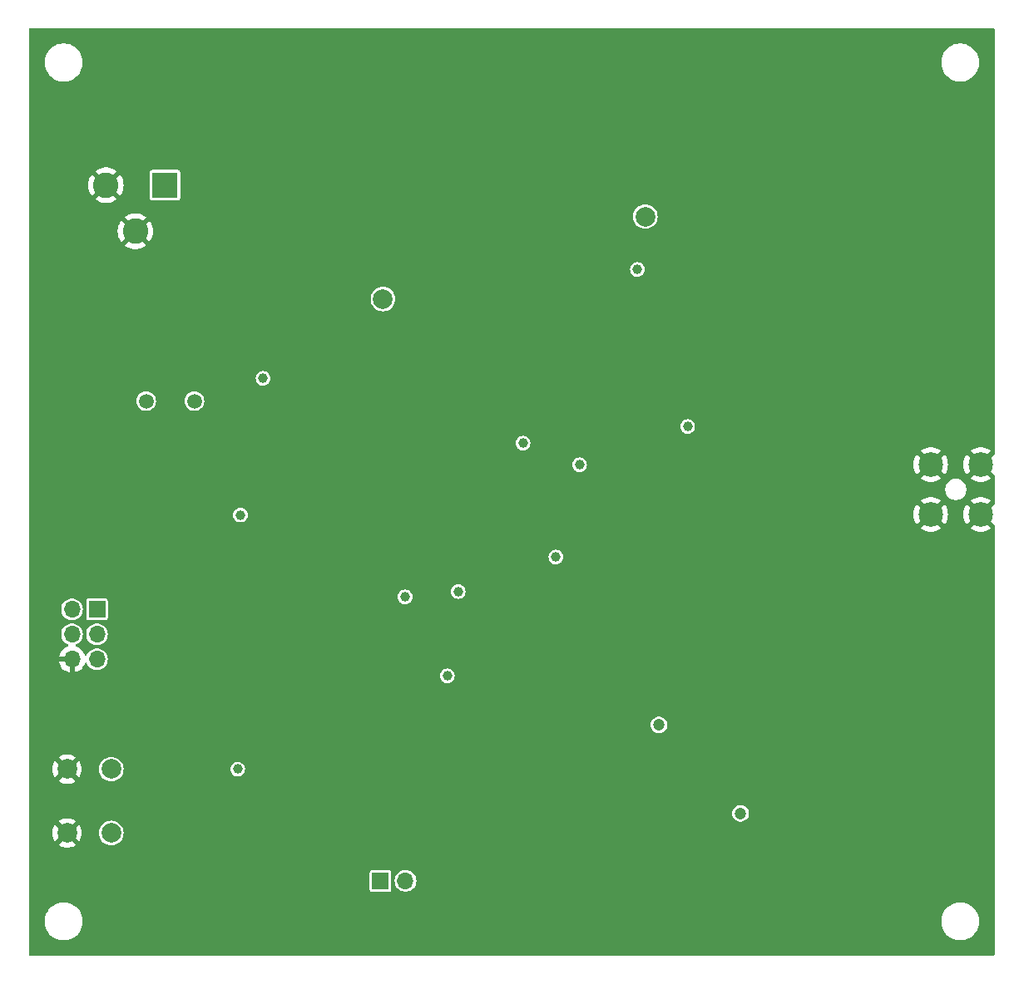
<source format=gbr>
%TF.GenerationSoftware,KiCad,Pcbnew,8.0.0*%
%TF.CreationDate,2024-03-04T22:35:08+02:00*%
%TF.ProjectId,Intercom_SMS_Sender,496e7465-7263-46f6-9d5f-534d535f5365,rev?*%
%TF.SameCoordinates,PX77ecaf0PY7735940*%
%TF.FileFunction,Copper,L2,Inr*%
%TF.FilePolarity,Positive*%
%FSLAX46Y46*%
G04 Gerber Fmt 4.6, Leading zero omitted, Abs format (unit mm)*
G04 Created by KiCad (PCBNEW 8.0.0) date 2024-03-04 22:35:08*
%MOMM*%
%LPD*%
G01*
G04 APERTURE LIST*
%TA.AperFunction,ComponentPad*%
%ADD10C,1.200000*%
%TD*%
%TA.AperFunction,ComponentPad*%
%ADD11R,1.700000X1.700000*%
%TD*%
%TA.AperFunction,ComponentPad*%
%ADD12O,1.700000X1.700000*%
%TD*%
%TA.AperFunction,ComponentPad*%
%ADD13C,2.500000*%
%TD*%
%TA.AperFunction,ComponentPad*%
%ADD14C,1.500000*%
%TD*%
%TA.AperFunction,ComponentPad*%
%ADD15C,2.000000*%
%TD*%
%TA.AperFunction,ComponentPad*%
%ADD16R,2.600000X2.600000*%
%TD*%
%TA.AperFunction,ComponentPad*%
%ADD17C,2.600000*%
%TD*%
%TA.AperFunction,ViaPad*%
%ADD18C,1.000000*%
%TD*%
%TA.AperFunction,ViaPad*%
%ADD19C,2.000000*%
%TD*%
G04 APERTURE END LIST*
D10*
%TO.N,N/C*%
%TO.C,J3*%
X72900000Y15000000D03*
X64600000Y24000000D03*
%TD*%
D11*
%TO.N,/MISO*%
%TO.C,J5*%
X7390000Y35775000D03*
D12*
%TO.N,+5V*%
X4850000Y35775000D03*
%TO.N,/SCK*%
X7390000Y33235000D03*
%TO.N,/MOSI*%
X4850000Y33235000D03*
%TO.N,/RESET*%
X7390000Y30695000D03*
%TO.N,GND*%
X4850000Y30695000D03*
%TD*%
D11*
%TO.N,Net-(J2-Pin_1)*%
%TO.C,J2*%
X36250000Y8120000D03*
D12*
%TO.N,Net-(J2-Pin_2)*%
X38790000Y8120000D03*
%TD*%
D13*
%TO.N,GND*%
%TO.C,J4*%
X97340000Y50540000D03*
X92260000Y50540000D03*
X97340000Y45460000D03*
X92260000Y45460000D03*
%TD*%
D14*
%TO.N,Net-(U2-XTAL2{slash}PB7)*%
%TO.C,Y1*%
X12400000Y57000000D03*
%TO.N,Net-(U2-XTAL1{slash}PB6)*%
X17300000Y57000000D03*
%TD*%
D15*
%TO.N,/RESET*%
%TO.C,SW1*%
X8850000Y19500000D03*
X8850000Y13000000D03*
%TO.N,GND*%
X4350000Y19500000D03*
X4350000Y13000000D03*
%TD*%
D16*
%TO.N,+5V*%
%TO.C,J1*%
X14300000Y79000000D03*
D17*
%TO.N,GND*%
X8300000Y79000000D03*
X11300000Y74300000D03*
%TD*%
D18*
%TO.N,GND*%
X85150000Y49600000D03*
X38000000Y75000000D03*
X43000000Y85000000D03*
X92750000Y15000000D03*
X38000000Y80000000D03*
X87500000Y46350000D03*
X85150000Y46400000D03*
X92750000Y6000000D03*
X33000000Y11500000D03*
X48000000Y85000000D03*
X52250000Y29750000D03*
X20350000Y36750000D03*
X92750000Y25000000D03*
X87450000Y49600000D03*
X82650000Y49600000D03*
X45500000Y85000000D03*
X80000000Y49600000D03*
X80000000Y46400000D03*
X82650000Y46400000D03*
X38000000Y77500000D03*
X89600000Y46350000D03*
X66250000Y20000000D03*
X89650000Y49600000D03*
D19*
%TO.N,+5V*%
X36500000Y67400000D03*
X63200000Y75800000D03*
D18*
X38750000Y37050000D03*
X21700000Y19500000D03*
X24300000Y59300000D03*
X43050000Y29000000D03*
%TO.N,/RESET*%
X62400000Y70400000D03*
X22000000Y45400000D03*
%TO.N,+1V8*%
X50750000Y52700000D03*
X67500000Y54400000D03*
X44150000Y37600000D03*
%TO.N,Net-(Q1-S)*%
X54100000Y41100000D03*
X56500000Y50500000D03*
%TD*%
%TA.AperFunction,Conductor*%
%TO.N,GND*%
G36*
X98692539Y94979815D02*
G01*
X98738294Y94927011D01*
X98749500Y94875500D01*
X98749500Y51647310D01*
X98729815Y51580271D01*
X98713181Y51559629D01*
X98094114Y50940563D01*
X98093260Y50942626D01*
X98000238Y51081844D01*
X97881844Y51200238D01*
X97742626Y51293260D01*
X97740562Y51294115D01*
X98389168Y51942722D01*
X98217454Y52059794D01*
X98217445Y52059799D01*
X97981142Y52173596D01*
X97981144Y52173596D01*
X97730505Y52250908D01*
X97730499Y52250910D01*
X97471151Y52290000D01*
X97208848Y52290000D01*
X96949500Y52250910D01*
X96949494Y52250908D01*
X96698858Y52173596D01*
X96698854Y52173595D01*
X96462547Y52059795D01*
X96462539Y52059790D01*
X96290830Y51942723D01*
X96939438Y51294115D01*
X96937374Y51293260D01*
X96798156Y51200238D01*
X96679762Y51081844D01*
X96586740Y50942626D01*
X96585885Y50940563D01*
X95937874Y51588573D01*
X95890028Y51528575D01*
X95758883Y51301427D01*
X95663058Y51057271D01*
X95604693Y50801551D01*
X95604692Y50801546D01*
X95585093Y50540005D01*
X95585093Y50539996D01*
X95604692Y50278455D01*
X95604693Y50278450D01*
X95663058Y50022730D01*
X95758883Y49778574D01*
X95758882Y49778574D01*
X95890027Y49551427D01*
X95937874Y49491429D01*
X96585884Y50139439D01*
X96586740Y50137374D01*
X96679762Y49998156D01*
X96798156Y49879762D01*
X96937374Y49786740D01*
X96939437Y49785886D01*
X96290830Y49137280D01*
X96462546Y49020207D01*
X96462550Y49020205D01*
X96698854Y48906406D01*
X96698858Y48906405D01*
X96949494Y48829093D01*
X96949500Y48829091D01*
X97208848Y48790001D01*
X97208857Y48790000D01*
X97471143Y48790000D01*
X97471151Y48790001D01*
X97730499Y48829091D01*
X97730505Y48829093D01*
X97981143Y48906405D01*
X98217445Y49020202D01*
X98217447Y49020203D01*
X98389168Y49137280D01*
X97740562Y49785886D01*
X97742626Y49786740D01*
X97881844Y49879762D01*
X98000238Y49998156D01*
X98093260Y50137374D01*
X98094114Y50139439D01*
X98713181Y49520372D01*
X98746666Y49459049D01*
X98749500Y49432691D01*
X98749500Y46567310D01*
X98729815Y46500271D01*
X98713181Y46479629D01*
X98094114Y45860563D01*
X98093260Y45862626D01*
X98000238Y46001844D01*
X97881844Y46120238D01*
X97742626Y46213260D01*
X97740562Y46214115D01*
X98389168Y46862722D01*
X98217454Y46979794D01*
X98217445Y46979799D01*
X97981142Y47093596D01*
X97981144Y47093596D01*
X97730505Y47170908D01*
X97730499Y47170910D01*
X97471151Y47210000D01*
X97208848Y47210000D01*
X96949500Y47170910D01*
X96949494Y47170908D01*
X96698858Y47093596D01*
X96698854Y47093595D01*
X96462547Y46979795D01*
X96462539Y46979790D01*
X96290830Y46862723D01*
X96939438Y46214115D01*
X96937374Y46213260D01*
X96798156Y46120238D01*
X96679762Y46001844D01*
X96586740Y45862626D01*
X96585885Y45860563D01*
X95937874Y46508573D01*
X95890028Y46448575D01*
X95758883Y46221427D01*
X95663058Y45977271D01*
X95604693Y45721551D01*
X95604692Y45721546D01*
X95585093Y45460005D01*
X95585093Y45459996D01*
X95604692Y45198455D01*
X95604693Y45198450D01*
X95663058Y44942730D01*
X95758883Y44698574D01*
X95758882Y44698574D01*
X95890027Y44471427D01*
X95937874Y44411429D01*
X96585884Y45059439D01*
X96586740Y45057374D01*
X96679762Y44918156D01*
X96798156Y44799762D01*
X96937374Y44706740D01*
X96939437Y44705886D01*
X96290830Y44057280D01*
X96462546Y43940207D01*
X96462550Y43940205D01*
X96698854Y43826406D01*
X96698858Y43826405D01*
X96949494Y43749093D01*
X96949500Y43749091D01*
X97208848Y43710001D01*
X97208857Y43710000D01*
X97471143Y43710000D01*
X97471151Y43710001D01*
X97730499Y43749091D01*
X97730505Y43749093D01*
X97981143Y43826405D01*
X98217445Y43940202D01*
X98217447Y43940203D01*
X98389168Y44057280D01*
X97740562Y44705886D01*
X97742626Y44706740D01*
X97881844Y44799762D01*
X98000238Y44918156D01*
X98093260Y45057374D01*
X98094114Y45059439D01*
X98713181Y44440372D01*
X98746666Y44379049D01*
X98749500Y44352691D01*
X98749500Y624500D01*
X98729815Y557461D01*
X98677011Y511706D01*
X98625500Y500500D01*
X624500Y500500D01*
X557461Y520185D01*
X511706Y572989D01*
X500500Y624500D01*
X500500Y3873461D01*
X2069500Y3873461D01*
X2097011Y3664503D01*
X2102532Y3622570D01*
X2102533Y3622568D01*
X2168029Y3378131D01*
X2168032Y3378121D01*
X2264869Y3144337D01*
X2264872Y3144330D01*
X2391404Y2925170D01*
X2391406Y2925167D01*
X2391407Y2925166D01*
X2545457Y2724404D01*
X2545463Y2724397D01*
X2724396Y2545464D01*
X2724402Y2545459D01*
X2925170Y2391404D01*
X3144330Y2264872D01*
X3378130Y2168029D01*
X3622570Y2102532D01*
X3873468Y2069500D01*
X3873475Y2069500D01*
X4126525Y2069500D01*
X4126532Y2069500D01*
X4377430Y2102532D01*
X4621870Y2168029D01*
X4855670Y2264872D01*
X5074830Y2391404D01*
X5275598Y2545459D01*
X5454541Y2724402D01*
X5608596Y2925170D01*
X5735128Y3144330D01*
X5831971Y3378130D01*
X5897468Y3622570D01*
X5930499Y3873461D01*
X93319500Y3873461D01*
X93347011Y3664503D01*
X93352532Y3622570D01*
X93352533Y3622568D01*
X93418029Y3378131D01*
X93418032Y3378121D01*
X93514869Y3144337D01*
X93514872Y3144330D01*
X93641404Y2925170D01*
X93641406Y2925167D01*
X93641407Y2925166D01*
X93795457Y2724404D01*
X93795463Y2724397D01*
X93974396Y2545464D01*
X93974402Y2545459D01*
X94175170Y2391404D01*
X94394330Y2264872D01*
X94628130Y2168029D01*
X94872570Y2102532D01*
X95123468Y2069500D01*
X95123475Y2069500D01*
X95376525Y2069500D01*
X95376532Y2069500D01*
X95627430Y2102532D01*
X95871870Y2168029D01*
X96105670Y2264872D01*
X96324830Y2391404D01*
X96525598Y2545459D01*
X96704541Y2724402D01*
X96858596Y2925170D01*
X96985128Y3144330D01*
X97081971Y3378130D01*
X97147468Y3622570D01*
X97180500Y3873468D01*
X97180500Y4126532D01*
X97147468Y4377430D01*
X97081971Y4621870D01*
X96985128Y4855670D01*
X96858596Y5074830D01*
X96704541Y5275598D01*
X96704536Y5275604D01*
X96525603Y5454537D01*
X96525596Y5454543D01*
X96324834Y5608593D01*
X96324833Y5608594D01*
X96324830Y5608596D01*
X96105670Y5735128D01*
X96105663Y5735131D01*
X95871879Y5831968D01*
X95871872Y5831970D01*
X95871870Y5831971D01*
X95627430Y5897468D01*
X95585497Y5902989D01*
X95376539Y5930500D01*
X95376532Y5930500D01*
X95123468Y5930500D01*
X95123460Y5930500D01*
X94884649Y5899059D01*
X94872570Y5897468D01*
X94628130Y5831971D01*
X94628120Y5831968D01*
X94394336Y5735131D01*
X94394327Y5735127D01*
X94175165Y5608593D01*
X93974403Y5454543D01*
X93974396Y5454537D01*
X93795463Y5275604D01*
X93795457Y5275597D01*
X93641407Y5074835D01*
X93514873Y4855673D01*
X93514869Y4855664D01*
X93418032Y4621880D01*
X93418029Y4621870D01*
X93352533Y4377433D01*
X93352531Y4377422D01*
X93319500Y4126540D01*
X93319500Y3873461D01*
X5930499Y3873461D01*
X5930500Y3873468D01*
X5930500Y4126532D01*
X5897468Y4377430D01*
X5831971Y4621870D01*
X5735128Y4855670D01*
X5608596Y5074830D01*
X5454541Y5275598D01*
X5454536Y5275604D01*
X5275603Y5454537D01*
X5275596Y5454543D01*
X5074834Y5608593D01*
X5074833Y5608594D01*
X5074830Y5608596D01*
X4855670Y5735128D01*
X4855663Y5735131D01*
X4621879Y5831968D01*
X4621872Y5831970D01*
X4621870Y5831971D01*
X4377430Y5897468D01*
X4335497Y5902989D01*
X4126539Y5930500D01*
X4126532Y5930500D01*
X3873468Y5930500D01*
X3873460Y5930500D01*
X3634649Y5899059D01*
X3622570Y5897468D01*
X3378130Y5831971D01*
X3378120Y5831968D01*
X3144336Y5735131D01*
X3144327Y5735127D01*
X2925165Y5608593D01*
X2724403Y5454543D01*
X2724396Y5454537D01*
X2545463Y5275604D01*
X2545457Y5275597D01*
X2391407Y5074835D01*
X2264873Y4855673D01*
X2264869Y4855664D01*
X2168032Y4621880D01*
X2168029Y4621870D01*
X2102533Y4377433D01*
X2102531Y4377422D01*
X2069500Y4126540D01*
X2069500Y3873461D01*
X500500Y3873461D01*
X500500Y7245322D01*
X35149500Y7245322D01*
X35164032Y7172265D01*
X35164033Y7172261D01*
X35164034Y7172260D01*
X35219399Y7089399D01*
X35302260Y7034034D01*
X35302264Y7034033D01*
X35375321Y7019501D01*
X35375324Y7019500D01*
X35375326Y7019500D01*
X37124676Y7019500D01*
X37124677Y7019501D01*
X37197740Y7034034D01*
X37280601Y7089399D01*
X37335966Y7172260D01*
X37350500Y7245326D01*
X37350500Y8120000D01*
X37684785Y8120000D01*
X37703602Y7916918D01*
X37759417Y7720753D01*
X37759422Y7720740D01*
X37850327Y7538179D01*
X37973237Y7375419D01*
X38123958Y7238020D01*
X38123960Y7238018D01*
X38223141Y7176608D01*
X38297363Y7130652D01*
X38487544Y7056976D01*
X38688024Y7019500D01*
X38688026Y7019500D01*
X38891974Y7019500D01*
X38891976Y7019500D01*
X39092456Y7056976D01*
X39282637Y7130652D01*
X39456041Y7238019D01*
X39606764Y7375421D01*
X39729673Y7538179D01*
X39820582Y7720750D01*
X39876397Y7916917D01*
X39895215Y8120000D01*
X39876397Y8323083D01*
X39820582Y8519250D01*
X39729673Y8701821D01*
X39606764Y8864579D01*
X39606762Y8864582D01*
X39456041Y9001981D01*
X39456039Y9001983D01*
X39282642Y9109345D01*
X39282635Y9109349D01*
X39176150Y9150601D01*
X39092456Y9183024D01*
X38891976Y9220500D01*
X38688024Y9220500D01*
X38487544Y9183024D01*
X38487541Y9183024D01*
X38487541Y9183023D01*
X38297364Y9109349D01*
X38297357Y9109345D01*
X38123960Y9001983D01*
X38123958Y9001981D01*
X37973237Y8864582D01*
X37850327Y8701822D01*
X37759422Y8519261D01*
X37759417Y8519248D01*
X37703602Y8323083D01*
X37684785Y8120001D01*
X37684785Y8120000D01*
X37350500Y8120000D01*
X37350500Y8994674D01*
X37350500Y8994677D01*
X37350499Y8994679D01*
X37335967Y9067736D01*
X37335966Y9067740D01*
X37280601Y9150601D01*
X37197740Y9205966D01*
X37197739Y9205967D01*
X37197735Y9205968D01*
X37124677Y9220500D01*
X37124674Y9220500D01*
X35375326Y9220500D01*
X35375323Y9220500D01*
X35302264Y9205968D01*
X35302260Y9205967D01*
X35219399Y9150601D01*
X35164033Y9067740D01*
X35164032Y9067736D01*
X35149500Y8994679D01*
X35149500Y7245322D01*
X500500Y7245322D01*
X500500Y12999995D01*
X2844859Y12999995D01*
X2865385Y12752271D01*
X2865387Y12752262D01*
X2926412Y12511283D01*
X3026266Y12283636D01*
X3126564Y12130118D01*
X3826212Y12829766D01*
X3837482Y12787708D01*
X3909890Y12662292D01*
X4012292Y12559890D01*
X4137708Y12487482D01*
X4179765Y12476213D01*
X3479942Y11776391D01*
X3526768Y11739945D01*
X3526770Y11739944D01*
X3745385Y11621636D01*
X3745396Y11621631D01*
X3980506Y11540917D01*
X4225707Y11500000D01*
X4474293Y11500000D01*
X4719493Y11540917D01*
X4954603Y11621631D01*
X4954614Y11621636D01*
X5173228Y11739943D01*
X5173231Y11739945D01*
X5220056Y11776391D01*
X4520234Y12476213D01*
X4562292Y12487482D01*
X4687708Y12559890D01*
X4790110Y12662292D01*
X4862518Y12787708D01*
X4873787Y12829765D01*
X5573434Y12130118D01*
X5673731Y12283631D01*
X5773587Y12511283D01*
X5834612Y12752262D01*
X5834614Y12752271D01*
X5855141Y12999995D01*
X5855141Y12999998D01*
X7594723Y12999998D01*
X7613793Y12782025D01*
X7613793Y12782021D01*
X7670422Y12570678D01*
X7670424Y12570674D01*
X7670425Y12570670D01*
X7675452Y12559890D01*
X7762897Y12372362D01*
X7762898Y12372361D01*
X7888402Y12193123D01*
X8043123Y12038402D01*
X8222361Y11912898D01*
X8420670Y11820425D01*
X8632023Y11763793D01*
X8814926Y11747792D01*
X8849998Y11744723D01*
X8850000Y11744723D01*
X8850002Y11744723D01*
X8878254Y11747195D01*
X9067977Y11763793D01*
X9279330Y11820425D01*
X9477639Y11912898D01*
X9656877Y12038402D01*
X9811598Y12193123D01*
X9937102Y12372361D01*
X10029575Y12570670D01*
X10086207Y12782023D01*
X10105277Y13000000D01*
X10105276Y13000006D01*
X10098942Y13072409D01*
X10086207Y13217977D01*
X10029575Y13429330D01*
X9937102Y13627638D01*
X9937100Y13627641D01*
X9937099Y13627643D01*
X9811599Y13806876D01*
X9748591Y13869884D01*
X9656877Y13961598D01*
X9477639Y14087102D01*
X9477640Y14087102D01*
X9477638Y14087103D01*
X9343826Y14149500D01*
X9279330Y14179575D01*
X9279326Y14179576D01*
X9279322Y14179578D01*
X9067977Y14236207D01*
X8850002Y14255277D01*
X8849998Y14255277D01*
X8704682Y14242564D01*
X8632023Y14236207D01*
X8632020Y14236207D01*
X8420677Y14179578D01*
X8420668Y14179574D01*
X8222361Y14087102D01*
X8222357Y14087100D01*
X8043121Y13961598D01*
X7888402Y13806879D01*
X7762900Y13627643D01*
X7762898Y13627639D01*
X7670426Y13429332D01*
X7670422Y13429323D01*
X7613793Y13217980D01*
X7613793Y13217976D01*
X7594723Y13000003D01*
X7594723Y12999998D01*
X5855141Y12999998D01*
X5855141Y13000006D01*
X5834614Y13247730D01*
X5834612Y13247739D01*
X5773587Y13488718D01*
X5673731Y13716370D01*
X5573434Y13869884D01*
X4873787Y13170236D01*
X4862518Y13212292D01*
X4790110Y13337708D01*
X4687708Y13440110D01*
X4562292Y13512518D01*
X4520235Y13523788D01*
X5220057Y14223610D01*
X5220056Y14223611D01*
X5173229Y14260057D01*
X4954614Y14378365D01*
X4954603Y14378370D01*
X4719493Y14459084D01*
X4474293Y14500000D01*
X4225707Y14500000D01*
X3980506Y14459084D01*
X3745396Y14378370D01*
X3745390Y14378368D01*
X3526761Y14260051D01*
X3479942Y14223612D01*
X3479942Y14223610D01*
X4179765Y13523788D01*
X4137708Y13512518D01*
X4012292Y13440110D01*
X3909890Y13337708D01*
X3837482Y13212292D01*
X3826212Y13170236D01*
X3126564Y13869884D01*
X3026267Y13716368D01*
X2926412Y13488718D01*
X2865387Y13247739D01*
X2865385Y13247730D01*
X2844859Y13000006D01*
X2844859Y12999995D01*
X500500Y12999995D01*
X500500Y15000000D01*
X72044815Y15000000D01*
X72063503Y14822195D01*
X72063504Y14822193D01*
X72118747Y14652171D01*
X72118750Y14652165D01*
X72208141Y14497335D01*
X72249812Y14451054D01*
X72327764Y14364479D01*
X72327767Y14364477D01*
X72327770Y14364474D01*
X72472407Y14259388D01*
X72635733Y14186671D01*
X72810609Y14149500D01*
X72810610Y14149500D01*
X72989389Y14149500D01*
X72989391Y14149500D01*
X73164267Y14186671D01*
X73327593Y14259388D01*
X73472230Y14364474D01*
X73484741Y14378368D01*
X73498148Y14393259D01*
X73591859Y14497335D01*
X73681250Y14652165D01*
X73736497Y14822197D01*
X73755185Y15000000D01*
X73736497Y15177803D01*
X73681250Y15347835D01*
X73591859Y15502665D01*
X73545003Y15554704D01*
X73472235Y15635522D01*
X73472232Y15635524D01*
X73472231Y15635525D01*
X73472230Y15635526D01*
X73327593Y15740612D01*
X73164267Y15813329D01*
X73164265Y15813330D01*
X73036594Y15840467D01*
X72989391Y15850500D01*
X72810609Y15850500D01*
X72779954Y15843985D01*
X72635733Y15813330D01*
X72635728Y15813328D01*
X72472408Y15740613D01*
X72327768Y15635525D01*
X72208140Y15502664D01*
X72118750Y15347836D01*
X72118747Y15347830D01*
X72063504Y15177808D01*
X72063503Y15177806D01*
X72044815Y15000000D01*
X500500Y15000000D01*
X500500Y19499995D01*
X2844859Y19499995D01*
X2865385Y19252271D01*
X2865387Y19252262D01*
X2926412Y19011283D01*
X3026266Y18783636D01*
X3126564Y18630118D01*
X3826212Y19329766D01*
X3837482Y19287708D01*
X3909890Y19162292D01*
X4012292Y19059890D01*
X4137708Y18987482D01*
X4179765Y18976213D01*
X3479942Y18276391D01*
X3526768Y18239945D01*
X3526770Y18239944D01*
X3745385Y18121636D01*
X3745396Y18121631D01*
X3980506Y18040917D01*
X4225707Y18000000D01*
X4474293Y18000000D01*
X4719493Y18040917D01*
X4954603Y18121631D01*
X4954614Y18121636D01*
X5173228Y18239943D01*
X5173231Y18239945D01*
X5220056Y18276391D01*
X4520234Y18976213D01*
X4562292Y18987482D01*
X4687708Y19059890D01*
X4790110Y19162292D01*
X4862518Y19287708D01*
X4873787Y19329765D01*
X5573434Y18630118D01*
X5673731Y18783631D01*
X5773587Y19011283D01*
X5834612Y19252262D01*
X5834614Y19252271D01*
X5855141Y19499995D01*
X5855141Y19499998D01*
X7594723Y19499998D01*
X7613793Y19282025D01*
X7613793Y19282021D01*
X7670422Y19070678D01*
X7670424Y19070674D01*
X7670425Y19070670D01*
X7675452Y19059890D01*
X7762897Y18872362D01*
X7762898Y18872361D01*
X7888402Y18693123D01*
X8043123Y18538402D01*
X8222361Y18412898D01*
X8420670Y18320425D01*
X8632023Y18263793D01*
X8814926Y18247792D01*
X8849998Y18244723D01*
X8850000Y18244723D01*
X8850002Y18244723D01*
X8878254Y18247195D01*
X9067977Y18263793D01*
X9279330Y18320425D01*
X9477639Y18412898D01*
X9656877Y18538402D01*
X9811598Y18693123D01*
X9937102Y18872361D01*
X10029575Y19070670D01*
X10086207Y19282023D01*
X10105277Y19499998D01*
X20944751Y19499998D01*
X20963685Y19331944D01*
X21019545Y19172306D01*
X21019547Y19172303D01*
X21109518Y19029116D01*
X21109523Y19029110D01*
X21229109Y18909524D01*
X21229115Y18909519D01*
X21372302Y18819548D01*
X21372305Y18819546D01*
X21372309Y18819545D01*
X21372310Y18819544D01*
X21444913Y18794140D01*
X21531943Y18763686D01*
X21699997Y18744751D01*
X21700000Y18744751D01*
X21700003Y18744751D01*
X21868056Y18763686D01*
X21868059Y18763687D01*
X22027690Y18819544D01*
X22027692Y18819546D01*
X22027694Y18819546D01*
X22027697Y18819548D01*
X22170884Y18909519D01*
X22170885Y18909520D01*
X22170890Y18909523D01*
X22290477Y19029110D01*
X22290481Y19029116D01*
X22380452Y19172303D01*
X22380454Y19172306D01*
X22380454Y19172308D01*
X22380456Y19172310D01*
X22436313Y19331941D01*
X22436313Y19331942D01*
X22436314Y19331944D01*
X22455249Y19499998D01*
X22455249Y19500003D01*
X22436314Y19668057D01*
X22380454Y19827695D01*
X22380452Y19827698D01*
X22290481Y19970885D01*
X22290476Y19970891D01*
X22170890Y20090477D01*
X22170884Y20090482D01*
X22027697Y20180453D01*
X22027694Y20180455D01*
X21868056Y20236315D01*
X21700003Y20255249D01*
X21699997Y20255249D01*
X21531943Y20236315D01*
X21372305Y20180455D01*
X21372302Y20180453D01*
X21229115Y20090482D01*
X21229109Y20090477D01*
X21109523Y19970891D01*
X21109518Y19970885D01*
X21019547Y19827698D01*
X21019545Y19827695D01*
X20963685Y19668057D01*
X20944751Y19500003D01*
X20944751Y19499998D01*
X10105277Y19499998D01*
X10105277Y19500000D01*
X10105276Y19500006D01*
X10090574Y19668057D01*
X10086207Y19717977D01*
X10029575Y19929330D01*
X9937102Y20127638D01*
X9937100Y20127641D01*
X9937099Y20127643D01*
X9811599Y20306876D01*
X9748591Y20369884D01*
X9656877Y20461598D01*
X9477639Y20587102D01*
X9477640Y20587102D01*
X9477638Y20587103D01*
X9378484Y20633339D01*
X9279330Y20679575D01*
X9279326Y20679576D01*
X9279322Y20679578D01*
X9067977Y20736207D01*
X8850002Y20755277D01*
X8849998Y20755277D01*
X8704682Y20742564D01*
X8632023Y20736207D01*
X8632020Y20736207D01*
X8420677Y20679578D01*
X8420668Y20679574D01*
X8222361Y20587102D01*
X8222357Y20587100D01*
X8043121Y20461598D01*
X7888402Y20306879D01*
X7762900Y20127643D01*
X7762898Y20127639D01*
X7670426Y19929332D01*
X7670422Y19929323D01*
X7613793Y19717980D01*
X7613793Y19717976D01*
X7594723Y19500003D01*
X7594723Y19499998D01*
X5855141Y19499998D01*
X5855141Y19500006D01*
X5834614Y19747730D01*
X5834612Y19747739D01*
X5773587Y19988718D01*
X5673731Y20216370D01*
X5573434Y20369884D01*
X4873787Y19670236D01*
X4862518Y19712292D01*
X4790110Y19837708D01*
X4687708Y19940110D01*
X4562292Y20012518D01*
X4520235Y20023788D01*
X5220057Y20723610D01*
X5220056Y20723611D01*
X5173229Y20760057D01*
X4954614Y20878365D01*
X4954603Y20878370D01*
X4719493Y20959084D01*
X4474293Y21000000D01*
X4225707Y21000000D01*
X3980506Y20959084D01*
X3745396Y20878370D01*
X3745390Y20878368D01*
X3526761Y20760051D01*
X3479942Y20723612D01*
X3479942Y20723610D01*
X4179765Y20023788D01*
X4137708Y20012518D01*
X4012292Y19940110D01*
X3909890Y19837708D01*
X3837482Y19712292D01*
X3826212Y19670236D01*
X3126564Y20369884D01*
X3026267Y20216368D01*
X2926412Y19988718D01*
X2865387Y19747739D01*
X2865385Y19747730D01*
X2844859Y19500006D01*
X2844859Y19499995D01*
X500500Y19499995D01*
X500500Y24000000D01*
X63744815Y24000000D01*
X63763503Y23822195D01*
X63763504Y23822193D01*
X63818747Y23652171D01*
X63818750Y23652165D01*
X63908141Y23497335D01*
X63949812Y23451054D01*
X64027764Y23364479D01*
X64027767Y23364477D01*
X64027770Y23364474D01*
X64172407Y23259388D01*
X64335733Y23186671D01*
X64510609Y23149500D01*
X64510610Y23149500D01*
X64689389Y23149500D01*
X64689391Y23149500D01*
X64864267Y23186671D01*
X65027593Y23259388D01*
X65172230Y23364474D01*
X65291859Y23497335D01*
X65381250Y23652165D01*
X65436497Y23822197D01*
X65455185Y24000000D01*
X65436497Y24177803D01*
X65381250Y24347835D01*
X65291859Y24502665D01*
X65245003Y24554704D01*
X65172235Y24635522D01*
X65172232Y24635524D01*
X65172231Y24635525D01*
X65172230Y24635526D01*
X65027593Y24740612D01*
X64864267Y24813329D01*
X64864265Y24813330D01*
X64736594Y24840467D01*
X64689391Y24850500D01*
X64510609Y24850500D01*
X64479954Y24843985D01*
X64335733Y24813330D01*
X64335728Y24813328D01*
X64172408Y24740613D01*
X64027768Y24635525D01*
X63908140Y24502664D01*
X63818750Y24347836D01*
X63818747Y24347830D01*
X63763504Y24177808D01*
X63763503Y24177806D01*
X63744815Y24000000D01*
X500500Y24000000D01*
X500500Y28999998D01*
X42294751Y28999998D01*
X42313685Y28831944D01*
X42369545Y28672306D01*
X42369547Y28672303D01*
X42459518Y28529116D01*
X42459523Y28529110D01*
X42579109Y28409524D01*
X42579115Y28409519D01*
X42722302Y28319548D01*
X42722305Y28319546D01*
X42722309Y28319545D01*
X42722310Y28319544D01*
X42794913Y28294140D01*
X42881943Y28263686D01*
X43049997Y28244751D01*
X43050000Y28244751D01*
X43050003Y28244751D01*
X43218056Y28263686D01*
X43218059Y28263687D01*
X43377690Y28319544D01*
X43377692Y28319546D01*
X43377694Y28319546D01*
X43377697Y28319548D01*
X43520884Y28409519D01*
X43520885Y28409520D01*
X43520890Y28409523D01*
X43640477Y28529110D01*
X43730452Y28672303D01*
X43730454Y28672306D01*
X43730454Y28672308D01*
X43730456Y28672310D01*
X43786313Y28831941D01*
X43786313Y28831942D01*
X43786314Y28831944D01*
X43805249Y28999998D01*
X43805249Y29000003D01*
X43786314Y29168057D01*
X43730454Y29327695D01*
X43730452Y29327698D01*
X43640481Y29470885D01*
X43640476Y29470891D01*
X43520890Y29590477D01*
X43520884Y29590482D01*
X43377697Y29680453D01*
X43377694Y29680455D01*
X43218056Y29736315D01*
X43050003Y29755249D01*
X43049997Y29755249D01*
X42881943Y29736315D01*
X42722305Y29680455D01*
X42722302Y29680453D01*
X42579115Y29590482D01*
X42579109Y29590477D01*
X42459523Y29470891D01*
X42459518Y29470885D01*
X42369547Y29327698D01*
X42369545Y29327695D01*
X42313685Y29168057D01*
X42294751Y29000003D01*
X42294751Y28999998D01*
X500500Y28999998D01*
X500500Y30445000D01*
X3519364Y30445000D01*
X3576567Y30231514D01*
X3576570Y30231508D01*
X3676399Y30017422D01*
X3811894Y29823918D01*
X3978917Y29656895D01*
X4172421Y29521400D01*
X4386507Y29421571D01*
X4386516Y29421567D01*
X4600000Y29364366D01*
X4600000Y30261988D01*
X4657007Y30229075D01*
X4784174Y30195000D01*
X4915826Y30195000D01*
X5042993Y30229075D01*
X5100000Y30261988D01*
X5100000Y29364367D01*
X5313483Y29421567D01*
X5313492Y29421571D01*
X5527578Y29521400D01*
X5721082Y29656895D01*
X5888105Y29823918D01*
X6023600Y30017422D01*
X6123429Y30231508D01*
X6123431Y30231511D01*
X6132406Y30265008D01*
X6168770Y30324669D01*
X6231616Y30355200D01*
X6300992Y30346906D01*
X6354871Y30302422D01*
X6363182Y30288189D01*
X6450327Y30113179D01*
X6573237Y29950419D01*
X6723958Y29813020D01*
X6723960Y29813018D01*
X6817261Y29755249D01*
X6897363Y29705652D01*
X7087544Y29631976D01*
X7288024Y29594500D01*
X7288026Y29594500D01*
X7491974Y29594500D01*
X7491976Y29594500D01*
X7692456Y29631976D01*
X7882637Y29705652D01*
X8056041Y29813019D01*
X8206764Y29950421D01*
X8329673Y30113179D01*
X8420582Y30295750D01*
X8476397Y30491917D01*
X8495215Y30695000D01*
X8489115Y30760826D01*
X8476397Y30898083D01*
X8463048Y30945000D01*
X8420582Y31094250D01*
X8420159Y31095099D01*
X8370415Y31195000D01*
X8329673Y31276821D01*
X8206764Y31439579D01*
X8206762Y31439582D01*
X8056041Y31576981D01*
X8056039Y31576983D01*
X7882642Y31684345D01*
X7882635Y31684349D01*
X7756769Y31733109D01*
X7692456Y31758024D01*
X7491976Y31795500D01*
X7288024Y31795500D01*
X7087544Y31758024D01*
X7087541Y31758024D01*
X7087541Y31758023D01*
X6897364Y31684349D01*
X6897357Y31684345D01*
X6723960Y31576983D01*
X6723958Y31576981D01*
X6573237Y31439582D01*
X6450327Y31276822D01*
X6363182Y31101812D01*
X6315679Y31050575D01*
X6248016Y31033154D01*
X6181676Y31055080D01*
X6137721Y31109391D01*
X6132407Y31124992D01*
X6123434Y31158482D01*
X6123429Y31158493D01*
X6023600Y31372578D01*
X6023599Y31372580D01*
X5888113Y31566074D01*
X5888108Y31566080D01*
X5721082Y31733106D01*
X5527578Y31868601D01*
X5313492Y31968430D01*
X5313477Y31968436D01*
X5274414Y31978903D01*
X5214754Y32015268D01*
X5184226Y32078115D01*
X5192521Y32147491D01*
X5237007Y32201368D01*
X5261710Y32214302D01*
X5342637Y32245652D01*
X5516041Y32353019D01*
X5666764Y32490421D01*
X5789673Y32653179D01*
X5880582Y32835750D01*
X5936397Y33031917D01*
X5955215Y33235000D01*
X6284785Y33235000D01*
X6303602Y33031918D01*
X6359417Y32835753D01*
X6359422Y32835740D01*
X6450327Y32653179D01*
X6573237Y32490419D01*
X6723958Y32353020D01*
X6723960Y32353018D01*
X6823141Y32291608D01*
X6897363Y32245652D01*
X7087544Y32171976D01*
X7288024Y32134500D01*
X7288026Y32134500D01*
X7491974Y32134500D01*
X7491976Y32134500D01*
X7692456Y32171976D01*
X7882637Y32245652D01*
X8056041Y32353019D01*
X8206764Y32490421D01*
X8329673Y32653179D01*
X8420582Y32835750D01*
X8476397Y33031917D01*
X8495215Y33235000D01*
X8476397Y33438083D01*
X8420582Y33634250D01*
X8329673Y33816821D01*
X8206764Y33979579D01*
X8206762Y33979582D01*
X8056041Y34116981D01*
X8056039Y34116983D01*
X7882642Y34224345D01*
X7882635Y34224349D01*
X7787546Y34261186D01*
X7692456Y34298024D01*
X7491976Y34335500D01*
X7288024Y34335500D01*
X7087544Y34298024D01*
X7087541Y34298024D01*
X7087541Y34298023D01*
X6897364Y34224349D01*
X6897357Y34224345D01*
X6723960Y34116983D01*
X6723958Y34116981D01*
X6573237Y33979582D01*
X6450327Y33816822D01*
X6359422Y33634261D01*
X6359417Y33634248D01*
X6303602Y33438083D01*
X6284785Y33235001D01*
X6284785Y33235000D01*
X5955215Y33235000D01*
X5936397Y33438083D01*
X5880582Y33634250D01*
X5789673Y33816821D01*
X5666764Y33979579D01*
X5666762Y33979582D01*
X5516041Y34116981D01*
X5516039Y34116983D01*
X5342642Y34224345D01*
X5342635Y34224349D01*
X5247546Y34261186D01*
X5152456Y34298024D01*
X4951976Y34335500D01*
X4748024Y34335500D01*
X4547544Y34298024D01*
X4547541Y34298024D01*
X4547541Y34298023D01*
X4357364Y34224349D01*
X4357357Y34224345D01*
X4183960Y34116983D01*
X4183958Y34116981D01*
X4033237Y33979582D01*
X3910327Y33816822D01*
X3819422Y33634261D01*
X3819417Y33634248D01*
X3763602Y33438083D01*
X3744785Y33235001D01*
X3744785Y33235000D01*
X3763602Y33031918D01*
X3819417Y32835753D01*
X3819422Y32835740D01*
X3910327Y32653179D01*
X4033237Y32490419D01*
X4183958Y32353020D01*
X4183960Y32353018D01*
X4283141Y32291608D01*
X4357363Y32245652D01*
X4438283Y32214304D01*
X4493685Y32171731D01*
X4517276Y32105965D01*
X4501565Y32037884D01*
X4451542Y31989105D01*
X4425586Y31978903D01*
X4386519Y31968435D01*
X4386507Y31968430D01*
X4172422Y31868601D01*
X4172420Y31868600D01*
X3978926Y31733114D01*
X3978920Y31733109D01*
X3811891Y31566080D01*
X3811886Y31566074D01*
X3676400Y31372580D01*
X3676399Y31372578D01*
X3576570Y31158493D01*
X3576567Y31158487D01*
X3519364Y30945001D01*
X3519364Y30945000D01*
X4416988Y30945000D01*
X4384075Y30887993D01*
X4350000Y30760826D01*
X4350000Y30629174D01*
X4384075Y30502007D01*
X4416988Y30445000D01*
X3519364Y30445000D01*
X500500Y30445000D01*
X500500Y35775000D01*
X3744785Y35775000D01*
X3763602Y35571918D01*
X3819417Y35375753D01*
X3819422Y35375740D01*
X3910327Y35193179D01*
X4033237Y35030419D01*
X4183958Y34893020D01*
X4183960Y34893018D01*
X4283141Y34831608D01*
X4357363Y34785652D01*
X4547544Y34711976D01*
X4748024Y34674500D01*
X4748026Y34674500D01*
X4951974Y34674500D01*
X4951976Y34674500D01*
X5152456Y34711976D01*
X5342637Y34785652D01*
X5516041Y34893019D01*
X5524052Y34900322D01*
X6289500Y34900322D01*
X6304032Y34827265D01*
X6304033Y34827261D01*
X6304034Y34827260D01*
X6359399Y34744399D01*
X6442260Y34689034D01*
X6442264Y34689033D01*
X6515321Y34674501D01*
X6515324Y34674500D01*
X6515326Y34674500D01*
X8264676Y34674500D01*
X8264677Y34674501D01*
X8337740Y34689034D01*
X8420601Y34744399D01*
X8475966Y34827260D01*
X8490500Y34900326D01*
X8490500Y36649674D01*
X8490500Y36649677D01*
X8490499Y36649679D01*
X8475967Y36722736D01*
X8475966Y36722740D01*
X8420601Y36805601D01*
X8337740Y36860966D01*
X8337739Y36860967D01*
X8337735Y36860968D01*
X8264677Y36875500D01*
X8264674Y36875500D01*
X6515326Y36875500D01*
X6515323Y36875500D01*
X6442264Y36860968D01*
X6442260Y36860967D01*
X6359399Y36805601D01*
X6304033Y36722740D01*
X6304032Y36722736D01*
X6289500Y36649679D01*
X6289500Y34900322D01*
X5524052Y34900322D01*
X5666764Y35030421D01*
X5789673Y35193179D01*
X5880582Y35375750D01*
X5936397Y35571917D01*
X5955215Y35775000D01*
X5936397Y35978083D01*
X5880582Y36174250D01*
X5789673Y36356821D01*
X5666764Y36519579D01*
X5666762Y36519582D01*
X5516041Y36656981D01*
X5516039Y36656983D01*
X5342642Y36764345D01*
X5342635Y36764349D01*
X5236150Y36805601D01*
X5152456Y36838024D01*
X4951976Y36875500D01*
X4748024Y36875500D01*
X4547544Y36838024D01*
X4547541Y36838024D01*
X4547541Y36838023D01*
X4357364Y36764349D01*
X4357357Y36764345D01*
X4183960Y36656983D01*
X4183958Y36656981D01*
X4033237Y36519582D01*
X3910327Y36356822D01*
X3819422Y36174261D01*
X3819417Y36174248D01*
X3763602Y35978083D01*
X3744785Y35775001D01*
X3744785Y35775000D01*
X500500Y35775000D01*
X500500Y37049998D01*
X37994751Y37049998D01*
X38013685Y36881944D01*
X38069545Y36722306D01*
X38069547Y36722303D01*
X38159518Y36579116D01*
X38159523Y36579110D01*
X38279109Y36459524D01*
X38279115Y36459519D01*
X38422302Y36369548D01*
X38422305Y36369546D01*
X38422309Y36369545D01*
X38422310Y36369544D01*
X38494913Y36344140D01*
X38581943Y36313686D01*
X38749997Y36294751D01*
X38750000Y36294751D01*
X38750003Y36294751D01*
X38918056Y36313686D01*
X38918059Y36313687D01*
X39077690Y36369544D01*
X39077692Y36369546D01*
X39077694Y36369546D01*
X39077697Y36369548D01*
X39220884Y36459519D01*
X39220885Y36459520D01*
X39220890Y36459523D01*
X39340477Y36579110D01*
X39384816Y36649674D01*
X39430452Y36722303D01*
X39430454Y36722306D01*
X39430454Y36722308D01*
X39430456Y36722310D01*
X39486313Y36881941D01*
X39486313Y36881942D01*
X39486314Y36881944D01*
X39505249Y37049998D01*
X39505249Y37050003D01*
X39486314Y37218057D01*
X39430454Y37377695D01*
X39430452Y37377698D01*
X39340481Y37520885D01*
X39340476Y37520891D01*
X39261369Y37599998D01*
X43394751Y37599998D01*
X43413685Y37431944D01*
X43469545Y37272306D01*
X43469547Y37272303D01*
X43559518Y37129116D01*
X43559523Y37129110D01*
X43679109Y37009524D01*
X43679115Y37009519D01*
X43822302Y36919548D01*
X43822305Y36919546D01*
X43822309Y36919545D01*
X43822310Y36919544D01*
X43894913Y36894140D01*
X43981943Y36863686D01*
X44149997Y36844751D01*
X44150000Y36844751D01*
X44150003Y36844751D01*
X44318056Y36863686D01*
X44318059Y36863687D01*
X44477690Y36919544D01*
X44477692Y36919546D01*
X44477694Y36919546D01*
X44477697Y36919548D01*
X44620884Y37009519D01*
X44620885Y37009520D01*
X44620890Y37009523D01*
X44740477Y37129110D01*
X44740481Y37129116D01*
X44830452Y37272303D01*
X44830454Y37272306D01*
X44830454Y37272308D01*
X44830456Y37272310D01*
X44886313Y37431941D01*
X44886313Y37431942D01*
X44886314Y37431944D01*
X44905249Y37599998D01*
X44905249Y37600003D01*
X44886314Y37768057D01*
X44830454Y37927695D01*
X44830452Y37927698D01*
X44740481Y38070885D01*
X44740476Y38070891D01*
X44620890Y38190477D01*
X44620884Y38190482D01*
X44477697Y38280453D01*
X44477694Y38280455D01*
X44318056Y38336315D01*
X44150003Y38355249D01*
X44149997Y38355249D01*
X43981943Y38336315D01*
X43822305Y38280455D01*
X43822302Y38280453D01*
X43679115Y38190482D01*
X43679109Y38190477D01*
X43559523Y38070891D01*
X43559518Y38070885D01*
X43469547Y37927698D01*
X43469545Y37927695D01*
X43413685Y37768057D01*
X43394751Y37600003D01*
X43394751Y37599998D01*
X39261369Y37599998D01*
X39220890Y37640477D01*
X39220884Y37640482D01*
X39077697Y37730453D01*
X39077694Y37730455D01*
X38918056Y37786315D01*
X38750003Y37805249D01*
X38749997Y37805249D01*
X38581943Y37786315D01*
X38422305Y37730455D01*
X38422302Y37730453D01*
X38279115Y37640482D01*
X38279109Y37640477D01*
X38159523Y37520891D01*
X38159518Y37520885D01*
X38069547Y37377698D01*
X38069545Y37377695D01*
X38013685Y37218057D01*
X37994751Y37050003D01*
X37994751Y37049998D01*
X500500Y37049998D01*
X500500Y41099998D01*
X53344751Y41099998D01*
X53363685Y40931944D01*
X53419545Y40772306D01*
X53419547Y40772303D01*
X53509518Y40629116D01*
X53509523Y40629110D01*
X53629109Y40509524D01*
X53629115Y40509519D01*
X53772302Y40419548D01*
X53772305Y40419546D01*
X53772309Y40419545D01*
X53772310Y40419544D01*
X53844913Y40394140D01*
X53931943Y40363686D01*
X54099997Y40344751D01*
X54100000Y40344751D01*
X54100003Y40344751D01*
X54268056Y40363686D01*
X54268059Y40363687D01*
X54427690Y40419544D01*
X54427692Y40419546D01*
X54427694Y40419546D01*
X54427697Y40419548D01*
X54570884Y40509519D01*
X54570885Y40509520D01*
X54570890Y40509523D01*
X54690477Y40629110D01*
X54780452Y40772303D01*
X54780454Y40772306D01*
X54780454Y40772308D01*
X54780456Y40772310D01*
X54836313Y40931941D01*
X54836313Y40931942D01*
X54836314Y40931944D01*
X54855249Y41099998D01*
X54855249Y41100003D01*
X54836314Y41268057D01*
X54780454Y41427695D01*
X54780452Y41427698D01*
X54690481Y41570885D01*
X54690476Y41570891D01*
X54570890Y41690477D01*
X54570884Y41690482D01*
X54427697Y41780453D01*
X54427694Y41780455D01*
X54268056Y41836315D01*
X54100003Y41855249D01*
X54099997Y41855249D01*
X53931943Y41836315D01*
X53772305Y41780455D01*
X53772302Y41780453D01*
X53629115Y41690482D01*
X53629109Y41690477D01*
X53509523Y41570891D01*
X53509518Y41570885D01*
X53419547Y41427698D01*
X53419545Y41427695D01*
X53363685Y41268057D01*
X53344751Y41100003D01*
X53344751Y41099998D01*
X500500Y41099998D01*
X500500Y45399998D01*
X21244751Y45399998D01*
X21263685Y45231944D01*
X21319545Y45072306D01*
X21319547Y45072303D01*
X21409518Y44929116D01*
X21409523Y44929110D01*
X21529109Y44809524D01*
X21529115Y44809519D01*
X21672302Y44719548D01*
X21672305Y44719546D01*
X21672309Y44719545D01*
X21672310Y44719544D01*
X21708902Y44706740D01*
X21831943Y44663686D01*
X21999997Y44644751D01*
X22000000Y44644751D01*
X22000003Y44644751D01*
X22168056Y44663686D01*
X22168059Y44663687D01*
X22327690Y44719544D01*
X22327692Y44719546D01*
X22327694Y44719546D01*
X22327697Y44719548D01*
X22470884Y44809519D01*
X22470885Y44809520D01*
X22470890Y44809523D01*
X22590477Y44929110D01*
X22680452Y45072303D01*
X22680454Y45072306D01*
X22680454Y45072308D01*
X22680456Y45072310D01*
X22736313Y45231941D01*
X22736313Y45231942D01*
X22736314Y45231944D01*
X22755249Y45399998D01*
X22755249Y45400003D01*
X22748489Y45459996D01*
X90505093Y45459996D01*
X90524692Y45198455D01*
X90524693Y45198450D01*
X90583058Y44942730D01*
X90678883Y44698574D01*
X90678882Y44698574D01*
X90810027Y44471427D01*
X90857874Y44411429D01*
X91505884Y45059439D01*
X91506740Y45057374D01*
X91599762Y44918156D01*
X91718156Y44799762D01*
X91857374Y44706740D01*
X91859437Y44705886D01*
X91210830Y44057280D01*
X91382546Y43940207D01*
X91382550Y43940205D01*
X91618854Y43826406D01*
X91618858Y43826405D01*
X91869494Y43749093D01*
X91869500Y43749091D01*
X92128848Y43710001D01*
X92128857Y43710000D01*
X92391143Y43710000D01*
X92391151Y43710001D01*
X92650499Y43749091D01*
X92650505Y43749093D01*
X92901143Y43826405D01*
X93137445Y43940202D01*
X93137447Y43940203D01*
X93309168Y44057280D01*
X92660562Y44705886D01*
X92662626Y44706740D01*
X92801844Y44799762D01*
X92920238Y44918156D01*
X93013260Y45057374D01*
X93014114Y45059439D01*
X93662125Y44411428D01*
X93709971Y44471427D01*
X93841116Y44698574D01*
X93936941Y44942730D01*
X93995306Y45198450D01*
X93995307Y45198455D01*
X94014907Y45459996D01*
X94014907Y45460005D01*
X93995307Y45721546D01*
X93995306Y45721551D01*
X93936941Y45977271D01*
X93841116Y46221427D01*
X93841117Y46221427D01*
X93709972Y46448574D01*
X93662124Y46508573D01*
X93014114Y45860563D01*
X93013260Y45862626D01*
X92920238Y46001844D01*
X92801844Y46120238D01*
X92662626Y46213260D01*
X92660562Y46214115D01*
X93309168Y46862722D01*
X93137454Y46979794D01*
X93137445Y46979799D01*
X92901142Y47093596D01*
X92901144Y47093596D01*
X92650505Y47170908D01*
X92650499Y47170910D01*
X92391151Y47210000D01*
X92128848Y47210000D01*
X91869500Y47170910D01*
X91869494Y47170908D01*
X91618858Y47093596D01*
X91618854Y47093595D01*
X91382547Y46979795D01*
X91382539Y46979790D01*
X91210830Y46862723D01*
X91859438Y46214115D01*
X91857374Y46213260D01*
X91718156Y46120238D01*
X91599762Y46001844D01*
X91506740Y45862626D01*
X91505885Y45860563D01*
X90857874Y46508573D01*
X90810028Y46448575D01*
X90678883Y46221427D01*
X90583058Y45977271D01*
X90524693Y45721551D01*
X90524692Y45721546D01*
X90505093Y45460005D01*
X90505093Y45459996D01*
X22748489Y45459996D01*
X22736314Y45568057D01*
X22680454Y45727695D01*
X22680452Y45727698D01*
X22590481Y45870885D01*
X22590476Y45870891D01*
X22470890Y45990477D01*
X22470884Y45990482D01*
X22327697Y46080453D01*
X22327694Y46080455D01*
X22168056Y46136315D01*
X22000003Y46155249D01*
X21999997Y46155249D01*
X21831943Y46136315D01*
X21672305Y46080455D01*
X21672302Y46080453D01*
X21529115Y45990482D01*
X21529109Y45990477D01*
X21409523Y45870891D01*
X21409518Y45870885D01*
X21319547Y45727698D01*
X21319545Y45727695D01*
X21263685Y45568057D01*
X21244751Y45400003D01*
X21244751Y45399998D01*
X500500Y45399998D01*
X500500Y47914964D01*
X93719500Y47914964D01*
X93746106Y47746981D01*
X93798658Y47585239D01*
X93798660Y47585236D01*
X93798661Y47585232D01*
X93875874Y47433695D01*
X93975841Y47296102D01*
X94096102Y47175841D01*
X94233695Y47075874D01*
X94385232Y46998661D01*
X94546982Y46946106D01*
X94714963Y46919500D01*
X94714964Y46919500D01*
X94885036Y46919500D01*
X94885037Y46919500D01*
X95053018Y46946106D01*
X95214768Y46998661D01*
X95366305Y47075874D01*
X95503898Y47175841D01*
X95624159Y47296102D01*
X95724126Y47433695D01*
X95801339Y47585232D01*
X95853894Y47746982D01*
X95880500Y47914963D01*
X95880500Y48085037D01*
X95853894Y48253018D01*
X95801339Y48414768D01*
X95724126Y48566305D01*
X95624159Y48703898D01*
X95503898Y48824159D01*
X95366305Y48924126D01*
X95214768Y49001339D01*
X95214764Y49001340D01*
X95214761Y49001342D01*
X95053019Y49053894D01*
X94969027Y49067197D01*
X94885037Y49080500D01*
X94714963Y49080500D01*
X94658969Y49071632D01*
X94546980Y49053894D01*
X94385238Y49001342D01*
X94233694Y48924126D01*
X94096099Y48824157D01*
X93975843Y48703901D01*
X93875874Y48566306D01*
X93798658Y48414762D01*
X93746106Y48253020D01*
X93719500Y48085037D01*
X93719500Y47914964D01*
X500500Y47914964D01*
X500500Y50499998D01*
X55744751Y50499998D01*
X55763685Y50331944D01*
X55819545Y50172306D01*
X55819547Y50172303D01*
X55909518Y50029116D01*
X55909523Y50029110D01*
X56029109Y49909524D01*
X56029115Y49909519D01*
X56172302Y49819548D01*
X56172305Y49819546D01*
X56172309Y49819545D01*
X56172310Y49819544D01*
X56244913Y49794140D01*
X56331943Y49763686D01*
X56499997Y49744751D01*
X56500000Y49744751D01*
X56500003Y49744751D01*
X56668056Y49763686D01*
X56668059Y49763687D01*
X56827690Y49819544D01*
X56827692Y49819546D01*
X56827694Y49819546D01*
X56827697Y49819548D01*
X56970884Y49909519D01*
X56970885Y49909520D01*
X56970890Y49909523D01*
X57090477Y50029110D01*
X57180452Y50172303D01*
X57180454Y50172306D01*
X57180454Y50172308D01*
X57180456Y50172310D01*
X57236313Y50331941D01*
X57236313Y50331942D01*
X57236314Y50331944D01*
X57255249Y50499998D01*
X57255249Y50500003D01*
X57250743Y50539996D01*
X90505093Y50539996D01*
X90524692Y50278455D01*
X90524693Y50278450D01*
X90583058Y50022730D01*
X90678883Y49778574D01*
X90678882Y49778574D01*
X90810027Y49551427D01*
X90857874Y49491429D01*
X91505884Y50139439D01*
X91506740Y50137374D01*
X91599762Y49998156D01*
X91718156Y49879762D01*
X91857374Y49786740D01*
X91859437Y49785886D01*
X91210830Y49137280D01*
X91382546Y49020207D01*
X91382550Y49020205D01*
X91618854Y48906406D01*
X91618858Y48906405D01*
X91869494Y48829093D01*
X91869500Y48829091D01*
X92128848Y48790001D01*
X92128857Y48790000D01*
X92391143Y48790000D01*
X92391151Y48790001D01*
X92650499Y48829091D01*
X92650505Y48829093D01*
X92901143Y48906405D01*
X93137445Y49020202D01*
X93137447Y49020203D01*
X93309168Y49137280D01*
X92660562Y49785886D01*
X92662626Y49786740D01*
X92801844Y49879762D01*
X92920238Y49998156D01*
X93013260Y50137374D01*
X93014114Y50139439D01*
X93662125Y49491428D01*
X93709971Y49551427D01*
X93841116Y49778574D01*
X93936941Y50022730D01*
X93995306Y50278450D01*
X93995307Y50278455D01*
X94014907Y50539996D01*
X94014907Y50540005D01*
X93995307Y50801546D01*
X93995306Y50801551D01*
X93936941Y51057271D01*
X93841116Y51301427D01*
X93841117Y51301427D01*
X93709972Y51528574D01*
X93662124Y51588573D01*
X93014114Y50940563D01*
X93013260Y50942626D01*
X92920238Y51081844D01*
X92801844Y51200238D01*
X92662626Y51293260D01*
X92660562Y51294115D01*
X93309168Y51942722D01*
X93137454Y52059794D01*
X93137445Y52059799D01*
X92901142Y52173596D01*
X92901144Y52173596D01*
X92650505Y52250908D01*
X92650499Y52250910D01*
X92391151Y52290000D01*
X92128848Y52290000D01*
X91869500Y52250910D01*
X91869494Y52250908D01*
X91618858Y52173596D01*
X91618854Y52173595D01*
X91382547Y52059795D01*
X91382539Y52059790D01*
X91210830Y51942723D01*
X91859438Y51294115D01*
X91857374Y51293260D01*
X91718156Y51200238D01*
X91599762Y51081844D01*
X91506740Y50942626D01*
X91505885Y50940563D01*
X90857874Y51588573D01*
X90810028Y51528575D01*
X90678883Y51301427D01*
X90583058Y51057271D01*
X90524693Y50801551D01*
X90524692Y50801546D01*
X90505093Y50540005D01*
X90505093Y50539996D01*
X57250743Y50539996D01*
X57236314Y50668057D01*
X57180454Y50827695D01*
X57180452Y50827698D01*
X57090481Y50970885D01*
X57090476Y50970891D01*
X56970890Y51090477D01*
X56970884Y51090482D01*
X56827697Y51180453D01*
X56827694Y51180455D01*
X56668056Y51236315D01*
X56500003Y51255249D01*
X56499997Y51255249D01*
X56331943Y51236315D01*
X56172305Y51180455D01*
X56172302Y51180453D01*
X56029115Y51090482D01*
X56029109Y51090477D01*
X55909523Y50970891D01*
X55909518Y50970885D01*
X55819547Y50827698D01*
X55819545Y50827695D01*
X55763685Y50668057D01*
X55744751Y50500003D01*
X55744751Y50499998D01*
X500500Y50499998D01*
X500500Y52699998D01*
X49994751Y52699998D01*
X50013685Y52531944D01*
X50069545Y52372306D01*
X50069547Y52372303D01*
X50159518Y52229116D01*
X50159523Y52229110D01*
X50279109Y52109524D01*
X50279115Y52109519D01*
X50422302Y52019548D01*
X50422305Y52019546D01*
X50422309Y52019545D01*
X50422310Y52019544D01*
X50494913Y51994140D01*
X50581943Y51963686D01*
X50749997Y51944751D01*
X50750000Y51944751D01*
X50750003Y51944751D01*
X50918056Y51963686D01*
X50918059Y51963687D01*
X51077690Y52019544D01*
X51077692Y52019546D01*
X51077694Y52019546D01*
X51077697Y52019548D01*
X51220884Y52109519D01*
X51220885Y52109520D01*
X51220890Y52109523D01*
X51340477Y52229110D01*
X51430452Y52372303D01*
X51430454Y52372306D01*
X51430454Y52372308D01*
X51430456Y52372310D01*
X51486313Y52531941D01*
X51486313Y52531942D01*
X51486314Y52531944D01*
X51505249Y52699998D01*
X51505249Y52700003D01*
X51486314Y52868057D01*
X51430454Y53027695D01*
X51430452Y53027698D01*
X51340481Y53170885D01*
X51340476Y53170891D01*
X51220890Y53290477D01*
X51220884Y53290482D01*
X51077697Y53380453D01*
X51077694Y53380455D01*
X50918056Y53436315D01*
X50750003Y53455249D01*
X50749997Y53455249D01*
X50581943Y53436315D01*
X50422305Y53380455D01*
X50422302Y53380453D01*
X50279115Y53290482D01*
X50279109Y53290477D01*
X50159523Y53170891D01*
X50159518Y53170885D01*
X50069547Y53027698D01*
X50069545Y53027695D01*
X50013685Y52868057D01*
X49994751Y52700003D01*
X49994751Y52699998D01*
X500500Y52699998D01*
X500500Y54399998D01*
X66744751Y54399998D01*
X66763685Y54231944D01*
X66819545Y54072306D01*
X66819547Y54072303D01*
X66909518Y53929116D01*
X66909523Y53929110D01*
X67029109Y53809524D01*
X67029115Y53809519D01*
X67172302Y53719548D01*
X67172305Y53719546D01*
X67172309Y53719545D01*
X67172310Y53719544D01*
X67244913Y53694140D01*
X67331943Y53663686D01*
X67499997Y53644751D01*
X67500000Y53644751D01*
X67500003Y53644751D01*
X67668056Y53663686D01*
X67668059Y53663687D01*
X67827690Y53719544D01*
X67827692Y53719546D01*
X67827694Y53719546D01*
X67827697Y53719548D01*
X67970884Y53809519D01*
X67970885Y53809520D01*
X67970890Y53809523D01*
X68090477Y53929110D01*
X68180452Y54072303D01*
X68180454Y54072306D01*
X68180454Y54072308D01*
X68180456Y54072310D01*
X68236313Y54231941D01*
X68236313Y54231942D01*
X68236314Y54231944D01*
X68255249Y54399998D01*
X68255249Y54400003D01*
X68236314Y54568057D01*
X68180454Y54727695D01*
X68180452Y54727698D01*
X68090481Y54870885D01*
X68090476Y54870891D01*
X67970890Y54990477D01*
X67970884Y54990482D01*
X67827697Y55080453D01*
X67827694Y55080455D01*
X67668056Y55136315D01*
X67500003Y55155249D01*
X67499997Y55155249D01*
X67331943Y55136315D01*
X67172305Y55080455D01*
X67172302Y55080453D01*
X67029115Y54990482D01*
X67029109Y54990477D01*
X66909523Y54870891D01*
X66909518Y54870885D01*
X66819547Y54727698D01*
X66819545Y54727695D01*
X66763685Y54568057D01*
X66744751Y54400003D01*
X66744751Y54399998D01*
X500500Y54399998D01*
X500500Y57000000D01*
X11394659Y57000000D01*
X11413975Y56803871D01*
X11471188Y56615267D01*
X11564086Y56441468D01*
X11564090Y56441461D01*
X11689116Y56289117D01*
X11841460Y56164091D01*
X11841467Y56164087D01*
X12015266Y56071189D01*
X12015269Y56071189D01*
X12015273Y56071186D01*
X12203868Y56013976D01*
X12400000Y55994659D01*
X12596132Y56013976D01*
X12784727Y56071186D01*
X12958538Y56164090D01*
X13110883Y56289117D01*
X13235910Y56441462D01*
X13328814Y56615273D01*
X13386024Y56803868D01*
X13405341Y57000000D01*
X16294659Y57000000D01*
X16313975Y56803871D01*
X16371188Y56615267D01*
X16464086Y56441468D01*
X16464090Y56441461D01*
X16589116Y56289117D01*
X16741460Y56164091D01*
X16741467Y56164087D01*
X16915266Y56071189D01*
X16915269Y56071189D01*
X16915273Y56071186D01*
X17103868Y56013976D01*
X17300000Y55994659D01*
X17496132Y56013976D01*
X17684727Y56071186D01*
X17858538Y56164090D01*
X18010883Y56289117D01*
X18135910Y56441462D01*
X18228814Y56615273D01*
X18286024Y56803868D01*
X18305341Y57000000D01*
X18286024Y57196132D01*
X18228814Y57384727D01*
X18228811Y57384731D01*
X18228811Y57384734D01*
X18135913Y57558533D01*
X18135909Y57558540D01*
X18010883Y57710884D01*
X17858539Y57835910D01*
X17858532Y57835914D01*
X17684733Y57928812D01*
X17684727Y57928814D01*
X17496132Y57986024D01*
X17496129Y57986025D01*
X17300000Y58005341D01*
X17103870Y57986025D01*
X16915266Y57928812D01*
X16741467Y57835914D01*
X16741460Y57835910D01*
X16589116Y57710884D01*
X16464090Y57558540D01*
X16464086Y57558533D01*
X16371188Y57384734D01*
X16313975Y57196130D01*
X16294659Y57000000D01*
X13405341Y57000000D01*
X13386024Y57196132D01*
X13328814Y57384727D01*
X13328811Y57384731D01*
X13328811Y57384734D01*
X13235913Y57558533D01*
X13235909Y57558540D01*
X13110883Y57710884D01*
X12958539Y57835910D01*
X12958532Y57835914D01*
X12784733Y57928812D01*
X12784727Y57928814D01*
X12596132Y57986024D01*
X12596129Y57986025D01*
X12400000Y58005341D01*
X12203870Y57986025D01*
X12015266Y57928812D01*
X11841467Y57835914D01*
X11841460Y57835910D01*
X11689116Y57710884D01*
X11564090Y57558540D01*
X11564086Y57558533D01*
X11471188Y57384734D01*
X11413975Y57196130D01*
X11394659Y57000000D01*
X500500Y57000000D01*
X500500Y59299998D01*
X23544751Y59299998D01*
X23563685Y59131944D01*
X23619545Y58972306D01*
X23619547Y58972303D01*
X23709518Y58829116D01*
X23709523Y58829110D01*
X23829109Y58709524D01*
X23829115Y58709519D01*
X23972302Y58619548D01*
X23972305Y58619546D01*
X23972309Y58619545D01*
X23972310Y58619544D01*
X24044913Y58594140D01*
X24131943Y58563686D01*
X24299997Y58544751D01*
X24300000Y58544751D01*
X24300003Y58544751D01*
X24468056Y58563686D01*
X24468059Y58563687D01*
X24627690Y58619544D01*
X24627692Y58619546D01*
X24627694Y58619546D01*
X24627697Y58619548D01*
X24770884Y58709519D01*
X24770885Y58709520D01*
X24770890Y58709523D01*
X24890477Y58829110D01*
X24980452Y58972303D01*
X24980454Y58972306D01*
X24980454Y58972308D01*
X24980456Y58972310D01*
X25036313Y59131941D01*
X25036313Y59131942D01*
X25036314Y59131944D01*
X25055249Y59299998D01*
X25055249Y59300003D01*
X25036314Y59468057D01*
X24980454Y59627695D01*
X24980452Y59627698D01*
X24890481Y59770885D01*
X24890476Y59770891D01*
X24770890Y59890477D01*
X24770884Y59890482D01*
X24627697Y59980453D01*
X24627694Y59980455D01*
X24468056Y60036315D01*
X24300003Y60055249D01*
X24299997Y60055249D01*
X24131943Y60036315D01*
X23972305Y59980455D01*
X23972302Y59980453D01*
X23829115Y59890482D01*
X23829109Y59890477D01*
X23709523Y59770891D01*
X23709518Y59770885D01*
X23619547Y59627698D01*
X23619545Y59627695D01*
X23563685Y59468057D01*
X23544751Y59300003D01*
X23544751Y59299998D01*
X500500Y59299998D01*
X500500Y67399998D01*
X35244723Y67399998D01*
X35263793Y67182025D01*
X35263793Y67182021D01*
X35320422Y66970678D01*
X35320424Y66970674D01*
X35320425Y66970670D01*
X35366661Y66871516D01*
X35412897Y66772362D01*
X35412898Y66772361D01*
X35538402Y66593123D01*
X35693123Y66438402D01*
X35872361Y66312898D01*
X36070670Y66220425D01*
X36282023Y66163793D01*
X36464926Y66147792D01*
X36499998Y66144723D01*
X36500000Y66144723D01*
X36500002Y66144723D01*
X36528254Y66147195D01*
X36717977Y66163793D01*
X36929330Y66220425D01*
X37127639Y66312898D01*
X37306877Y66438402D01*
X37461598Y66593123D01*
X37587102Y66772361D01*
X37679575Y66970670D01*
X37736207Y67182023D01*
X37755277Y67400000D01*
X37736207Y67617977D01*
X37679575Y67829330D01*
X37587102Y68027638D01*
X37587100Y68027641D01*
X37587099Y68027643D01*
X37461599Y68206876D01*
X37461596Y68206879D01*
X37306877Y68361598D01*
X37127639Y68487102D01*
X37127640Y68487102D01*
X37127638Y68487103D01*
X37028484Y68533339D01*
X36929330Y68579575D01*
X36929326Y68579576D01*
X36929322Y68579578D01*
X36717977Y68636207D01*
X36500002Y68655277D01*
X36499998Y68655277D01*
X36354682Y68642564D01*
X36282023Y68636207D01*
X36282020Y68636207D01*
X36070677Y68579578D01*
X36070668Y68579574D01*
X35872361Y68487102D01*
X35872357Y68487100D01*
X35693121Y68361598D01*
X35538402Y68206879D01*
X35412900Y68027643D01*
X35412898Y68027639D01*
X35320426Y67829332D01*
X35320422Y67829323D01*
X35263793Y67617980D01*
X35263793Y67617976D01*
X35244723Y67400003D01*
X35244723Y67399998D01*
X500500Y67399998D01*
X500500Y70399998D01*
X61644751Y70399998D01*
X61663685Y70231944D01*
X61719545Y70072306D01*
X61719547Y70072303D01*
X61809518Y69929116D01*
X61809523Y69929110D01*
X61929109Y69809524D01*
X61929115Y69809519D01*
X62072302Y69719548D01*
X62072305Y69719546D01*
X62072309Y69719545D01*
X62072310Y69719544D01*
X62144913Y69694140D01*
X62231943Y69663686D01*
X62399997Y69644751D01*
X62400000Y69644751D01*
X62400003Y69644751D01*
X62568056Y69663686D01*
X62568059Y69663687D01*
X62727690Y69719544D01*
X62727692Y69719546D01*
X62727694Y69719546D01*
X62727697Y69719548D01*
X62870884Y69809519D01*
X62870885Y69809520D01*
X62870890Y69809523D01*
X62990477Y69929110D01*
X63080452Y70072303D01*
X63080454Y70072306D01*
X63080454Y70072308D01*
X63080456Y70072310D01*
X63136313Y70231941D01*
X63136313Y70231942D01*
X63136314Y70231944D01*
X63155249Y70399998D01*
X63155249Y70400003D01*
X63136314Y70568057D01*
X63080454Y70727695D01*
X63080452Y70727698D01*
X62990481Y70870885D01*
X62990476Y70870891D01*
X62870890Y70990477D01*
X62870884Y70990482D01*
X62727697Y71080453D01*
X62727694Y71080455D01*
X62568056Y71136315D01*
X62400003Y71155249D01*
X62399997Y71155249D01*
X62231943Y71136315D01*
X62072305Y71080455D01*
X62072302Y71080453D01*
X61929115Y70990482D01*
X61929109Y70990477D01*
X61809523Y70870891D01*
X61809518Y70870885D01*
X61719547Y70727698D01*
X61719545Y70727695D01*
X61663685Y70568057D01*
X61644751Y70400003D01*
X61644751Y70399998D01*
X500500Y70399998D01*
X500500Y74299996D01*
X9494953Y74299996D01*
X9515113Y74030974D01*
X9515113Y74030972D01*
X9575142Y73767967D01*
X9575148Y73767948D01*
X9673709Y73516819D01*
X9673708Y73516819D01*
X9808602Y73283178D01*
X9862294Y73215849D01*
X9862295Y73215849D01*
X10584153Y73937707D01*
X10591049Y73921058D01*
X10678599Y73790030D01*
X10790030Y73678599D01*
X10921058Y73591049D01*
X10937705Y73584154D01*
X10214848Y72861298D01*
X10397483Y72736780D01*
X10397485Y72736779D01*
X10640539Y72619731D01*
X10640537Y72619731D01*
X10898337Y72540210D01*
X10898343Y72540208D01*
X11165101Y72500001D01*
X11165110Y72500000D01*
X11434890Y72500000D01*
X11434898Y72500001D01*
X11701656Y72540208D01*
X11701662Y72540210D01*
X11959461Y72619731D01*
X12202521Y72736782D01*
X12385150Y72861298D01*
X11662294Y73584154D01*
X11678942Y73591049D01*
X11809970Y73678599D01*
X11921401Y73790030D01*
X12008951Y73921058D01*
X12015846Y73937706D01*
X12737703Y73215849D01*
X12737704Y73215850D01*
X12791393Y73283172D01*
X12791400Y73283183D01*
X12926290Y73516819D01*
X13024851Y73767948D01*
X13024857Y73767967D01*
X13084886Y74030972D01*
X13084886Y74030974D01*
X13105047Y74299996D01*
X13105047Y74300005D01*
X13084886Y74569027D01*
X13084886Y74569029D01*
X13024857Y74832034D01*
X13024851Y74832053D01*
X12926290Y75083182D01*
X12926291Y75083182D01*
X12791397Y75316823D01*
X12737704Y75384153D01*
X12015846Y74662295D01*
X12008951Y74678942D01*
X11921401Y74809970D01*
X11809970Y74921401D01*
X11678942Y75008951D01*
X11662294Y75015847D01*
X12385150Y75738704D01*
X12295248Y75799998D01*
X61944723Y75799998D01*
X61963793Y75582025D01*
X61963793Y75582021D01*
X62020422Y75370678D01*
X62020424Y75370674D01*
X62020425Y75370670D01*
X62045536Y75316820D01*
X62112897Y75172362D01*
X62112898Y75172361D01*
X62238402Y74993123D01*
X62393123Y74838402D01*
X62572361Y74712898D01*
X62770670Y74620425D01*
X62982023Y74563793D01*
X63164926Y74547792D01*
X63199998Y74544723D01*
X63200000Y74544723D01*
X63200002Y74544723D01*
X63228254Y74547195D01*
X63417977Y74563793D01*
X63629330Y74620425D01*
X63827639Y74712898D01*
X64006877Y74838402D01*
X64161598Y74993123D01*
X64287102Y75172361D01*
X64379575Y75370670D01*
X64436207Y75582023D01*
X64455277Y75800000D01*
X64436207Y76017977D01*
X64379575Y76229330D01*
X64287102Y76427638D01*
X64287100Y76427641D01*
X64287099Y76427643D01*
X64161599Y76606876D01*
X64161596Y76606879D01*
X64006877Y76761598D01*
X63827639Y76887102D01*
X63827640Y76887102D01*
X63827638Y76887103D01*
X63728484Y76933339D01*
X63629330Y76979575D01*
X63629326Y76979576D01*
X63629322Y76979578D01*
X63417977Y77036207D01*
X63200002Y77055277D01*
X63199998Y77055277D01*
X63054682Y77042564D01*
X62982023Y77036207D01*
X62982020Y77036207D01*
X62770677Y76979578D01*
X62770668Y76979574D01*
X62572361Y76887102D01*
X62572357Y76887100D01*
X62393121Y76761598D01*
X62238402Y76606879D01*
X62112900Y76427643D01*
X62112898Y76427639D01*
X62020426Y76229332D01*
X62020422Y76229323D01*
X61963793Y76017980D01*
X61963793Y76017976D01*
X61944723Y75800003D01*
X61944723Y75799998D01*
X12295248Y75799998D01*
X12202517Y75863221D01*
X12202516Y75863222D01*
X11959460Y75980270D01*
X11959462Y75980270D01*
X11701662Y76059791D01*
X11701656Y76059793D01*
X11434898Y76100000D01*
X11165101Y76100000D01*
X10898343Y76059793D01*
X10898337Y76059791D01*
X10640538Y75980270D01*
X10397485Y75863222D01*
X10397476Y75863217D01*
X10214848Y75738704D01*
X10937705Y75015847D01*
X10921058Y75008951D01*
X10790030Y74921401D01*
X10678599Y74809970D01*
X10591049Y74678942D01*
X10584153Y74662294D01*
X9862295Y75384152D01*
X9808600Y75316820D01*
X9673709Y75083182D01*
X9575148Y74832053D01*
X9575142Y74832034D01*
X9515113Y74569029D01*
X9515113Y74569027D01*
X9494953Y74300005D01*
X9494953Y74299996D01*
X500500Y74299996D01*
X500500Y78999996D01*
X6494953Y78999996D01*
X6515113Y78730974D01*
X6515113Y78730972D01*
X6575142Y78467967D01*
X6575148Y78467948D01*
X6673709Y78216819D01*
X6673708Y78216819D01*
X6808602Y77983178D01*
X6862294Y77915849D01*
X6862295Y77915849D01*
X7584153Y78637707D01*
X7591049Y78621058D01*
X7678599Y78490030D01*
X7790030Y78378599D01*
X7921058Y78291049D01*
X7937705Y78284154D01*
X7214848Y77561298D01*
X7397483Y77436780D01*
X7397485Y77436779D01*
X7640539Y77319731D01*
X7640537Y77319731D01*
X7898337Y77240210D01*
X7898343Y77240208D01*
X8165101Y77200001D01*
X8165110Y77200000D01*
X8434890Y77200000D01*
X8434898Y77200001D01*
X8701656Y77240208D01*
X8701662Y77240210D01*
X8959461Y77319731D01*
X9202521Y77436782D01*
X9385150Y77561298D01*
X9271126Y77675322D01*
X12749500Y77675322D01*
X12764032Y77602265D01*
X12764033Y77602261D01*
X12764034Y77602260D01*
X12819399Y77519399D01*
X12902260Y77464034D01*
X12902264Y77464033D01*
X12975321Y77449501D01*
X12975324Y77449500D01*
X12975326Y77449500D01*
X15624676Y77449500D01*
X15624677Y77449501D01*
X15697740Y77464034D01*
X15780601Y77519399D01*
X15835966Y77602260D01*
X15850500Y77675326D01*
X15850500Y80324674D01*
X15850500Y80324677D01*
X15850499Y80324679D01*
X15835967Y80397736D01*
X15835966Y80397740D01*
X15808595Y80438704D01*
X15780601Y80480601D01*
X15697740Y80535966D01*
X15697739Y80535967D01*
X15697735Y80535968D01*
X15624677Y80550500D01*
X15624674Y80550500D01*
X12975326Y80550500D01*
X12975323Y80550500D01*
X12902264Y80535968D01*
X12902260Y80535967D01*
X12819399Y80480601D01*
X12764033Y80397740D01*
X12764032Y80397736D01*
X12749500Y80324679D01*
X12749500Y77675322D01*
X9271126Y77675322D01*
X8662294Y78284154D01*
X8678942Y78291049D01*
X8809970Y78378599D01*
X8921401Y78490030D01*
X9008951Y78621058D01*
X9015846Y78637706D01*
X9737703Y77915849D01*
X9737704Y77915850D01*
X9791393Y77983172D01*
X9791400Y77983183D01*
X9926290Y78216819D01*
X10024851Y78467948D01*
X10024857Y78467967D01*
X10084886Y78730972D01*
X10084886Y78730974D01*
X10105047Y78999996D01*
X10105047Y79000005D01*
X10084886Y79269027D01*
X10084886Y79269029D01*
X10024857Y79532034D01*
X10024851Y79532053D01*
X9926290Y79783182D01*
X9926291Y79783182D01*
X9791397Y80016823D01*
X9737704Y80084153D01*
X9015846Y79362295D01*
X9008951Y79378942D01*
X8921401Y79509970D01*
X8809970Y79621401D01*
X8678942Y79708951D01*
X8662294Y79715847D01*
X9385150Y80438704D01*
X9202517Y80563221D01*
X9202516Y80563222D01*
X8959460Y80680270D01*
X8959462Y80680270D01*
X8701662Y80759791D01*
X8701656Y80759793D01*
X8434898Y80800000D01*
X8165101Y80800000D01*
X7898343Y80759793D01*
X7898337Y80759791D01*
X7640538Y80680270D01*
X7397485Y80563222D01*
X7397476Y80563217D01*
X7214848Y80438704D01*
X7937705Y79715847D01*
X7921058Y79708951D01*
X7790030Y79621401D01*
X7678599Y79509970D01*
X7591049Y79378942D01*
X7584153Y79362294D01*
X6862295Y80084152D01*
X6808600Y80016820D01*
X6673709Y79783182D01*
X6575148Y79532053D01*
X6575142Y79532034D01*
X6515113Y79269029D01*
X6515113Y79269027D01*
X6494953Y79000005D01*
X6494953Y78999996D01*
X500500Y78999996D01*
X500500Y91373461D01*
X2069500Y91373461D01*
X2097011Y91164503D01*
X2102532Y91122570D01*
X2102533Y91122568D01*
X2168029Y90878131D01*
X2168032Y90878121D01*
X2264869Y90644337D01*
X2264872Y90644330D01*
X2391404Y90425170D01*
X2391406Y90425167D01*
X2391407Y90425166D01*
X2545457Y90224404D01*
X2545463Y90224397D01*
X2724396Y90045464D01*
X2724402Y90045459D01*
X2925170Y89891404D01*
X3144330Y89764872D01*
X3378130Y89668029D01*
X3622570Y89602532D01*
X3873468Y89569500D01*
X3873475Y89569500D01*
X4126525Y89569500D01*
X4126532Y89569500D01*
X4377430Y89602532D01*
X4621870Y89668029D01*
X4855670Y89764872D01*
X5074830Y89891404D01*
X5275598Y90045459D01*
X5454541Y90224402D01*
X5608596Y90425170D01*
X5735128Y90644330D01*
X5831971Y90878130D01*
X5897468Y91122570D01*
X5930499Y91373461D01*
X93319500Y91373461D01*
X93347011Y91164503D01*
X93352532Y91122570D01*
X93352533Y91122568D01*
X93418029Y90878131D01*
X93418032Y90878121D01*
X93514869Y90644337D01*
X93514872Y90644330D01*
X93641404Y90425170D01*
X93641406Y90425167D01*
X93641407Y90425166D01*
X93795457Y90224404D01*
X93795463Y90224397D01*
X93974396Y90045464D01*
X93974402Y90045459D01*
X94175170Y89891404D01*
X94394330Y89764872D01*
X94628130Y89668029D01*
X94872570Y89602532D01*
X95123468Y89569500D01*
X95123475Y89569500D01*
X95376525Y89569500D01*
X95376532Y89569500D01*
X95627430Y89602532D01*
X95871870Y89668029D01*
X96105670Y89764872D01*
X96324830Y89891404D01*
X96525598Y90045459D01*
X96704541Y90224402D01*
X96858596Y90425170D01*
X96985128Y90644330D01*
X97081971Y90878130D01*
X97147468Y91122570D01*
X97180500Y91373468D01*
X97180500Y91626532D01*
X97147468Y91877430D01*
X97081971Y92121870D01*
X96985128Y92355670D01*
X96858596Y92574830D01*
X96704541Y92775598D01*
X96704536Y92775604D01*
X96525603Y92954537D01*
X96525596Y92954543D01*
X96324834Y93108593D01*
X96324833Y93108594D01*
X96324830Y93108596D01*
X96105670Y93235128D01*
X96105663Y93235131D01*
X95871879Y93331968D01*
X95871872Y93331970D01*
X95871870Y93331971D01*
X95627430Y93397468D01*
X95585497Y93402989D01*
X95376539Y93430500D01*
X95376532Y93430500D01*
X95123468Y93430500D01*
X95123460Y93430500D01*
X94884649Y93399059D01*
X94872570Y93397468D01*
X94628130Y93331971D01*
X94628120Y93331968D01*
X94394336Y93235131D01*
X94394327Y93235127D01*
X94175165Y93108593D01*
X93974403Y92954543D01*
X93974396Y92954537D01*
X93795463Y92775604D01*
X93795457Y92775597D01*
X93641407Y92574835D01*
X93514873Y92355673D01*
X93514869Y92355664D01*
X93418032Y92121880D01*
X93418029Y92121870D01*
X93352533Y91877433D01*
X93352531Y91877422D01*
X93319500Y91626540D01*
X93319500Y91373461D01*
X5930499Y91373461D01*
X5930500Y91373468D01*
X5930500Y91626532D01*
X5897468Y91877430D01*
X5831971Y92121870D01*
X5735128Y92355670D01*
X5608596Y92574830D01*
X5454541Y92775598D01*
X5454536Y92775604D01*
X5275603Y92954537D01*
X5275596Y92954543D01*
X5074834Y93108593D01*
X5074833Y93108594D01*
X5074830Y93108596D01*
X4855670Y93235128D01*
X4855663Y93235131D01*
X4621879Y93331968D01*
X4621872Y93331970D01*
X4621870Y93331971D01*
X4377430Y93397468D01*
X4335497Y93402989D01*
X4126539Y93430500D01*
X4126532Y93430500D01*
X3873468Y93430500D01*
X3873460Y93430500D01*
X3634649Y93399059D01*
X3622570Y93397468D01*
X3378130Y93331971D01*
X3378120Y93331968D01*
X3144336Y93235131D01*
X3144327Y93235127D01*
X2925165Y93108593D01*
X2724403Y92954543D01*
X2724396Y92954537D01*
X2545463Y92775604D01*
X2545457Y92775597D01*
X2391407Y92574835D01*
X2264873Y92355673D01*
X2264869Y92355664D01*
X2168032Y92121880D01*
X2168029Y92121870D01*
X2102533Y91877433D01*
X2102531Y91877422D01*
X2069500Y91626540D01*
X2069500Y91373461D01*
X500500Y91373461D01*
X500500Y94875500D01*
X520185Y94942539D01*
X572989Y94988294D01*
X624500Y94999500D01*
X98625500Y94999500D01*
X98692539Y94979815D01*
G37*
%TD.AperFunction*%
%TD*%
M02*

</source>
